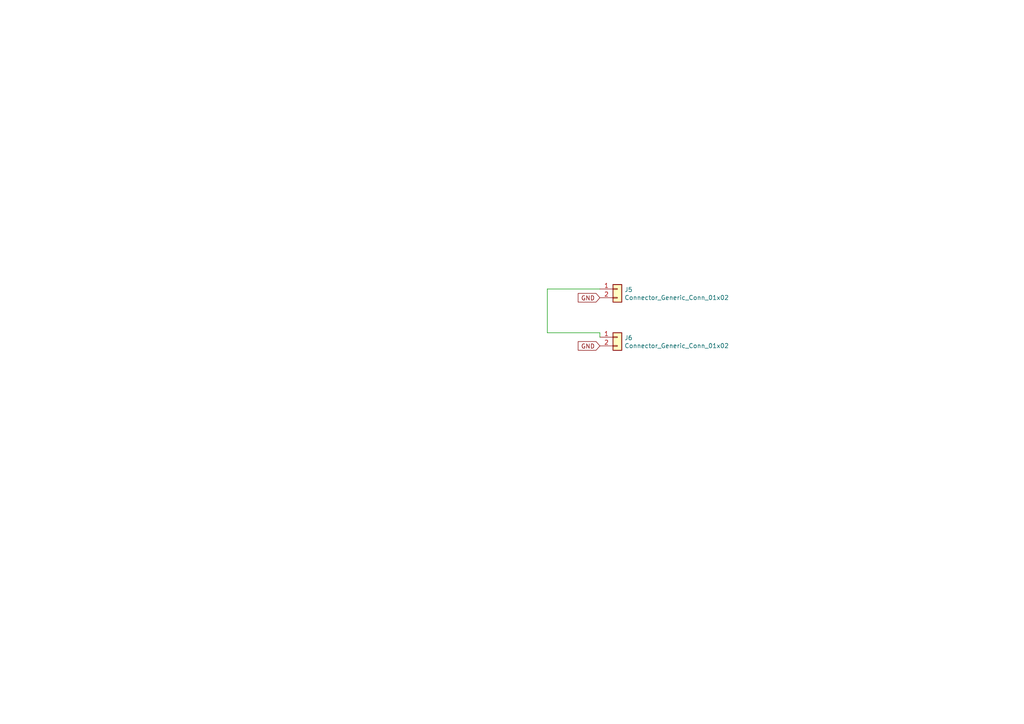
<source format=kicad_sch>
(kicad_sch (version 20211123) (generator eeschema)
  (paper "A4")
  (lib_symbols
    (symbol "bgt:Connector_Generic_Conn_01x02" (pin_names (offset 1.016) hide)
      (property "Reference" "J" (at 0 2.54 0))
      (property "Value" "bgt_Connector_Generic_Conn_01x02" (at 0 -5.08 0))
      (symbol "Connector_Generic_Conn_01x02_1_1"
        (rectangle (start -1.27 -2.413) (end 0 -2.667) (stroke (width 0.1524)))
        (rectangle (start -1.27 0.127) (end 0 -0.127) (stroke (width 0.1524)))
        (rectangle (start -1.27 1.27) (end 1.27 -3.81) (stroke (width 0.254)) (fill (type background)))
        (pin passive line (at -5.08 0 0) (length 3.81) (name "Pin_1") (number "1"))
        (pin passive line (at -5.08 -2.54 0) (length 3.81) (name "Pin_2") (number "2"))
      )
    )
  )
  (wire (pts (xy 173.99 83.82) (xy 158.75 83.82)))
  (wire (pts (xy 158.75 96.52) (xy 173.99 96.52)))
  (wire (pts (xy 173.99 96.52) (xy 173.99 97.79)))
  (wire (pts (xy 158.75 83.82) (xy 158.75 96.52)))
  (global_label "GND" (shape input) (at 173.99 100.33 180) (property "Intersheet References" "${INTERSHEET_REFS}" (effects hide)))
  (global_label "GND" (shape input) (at 173.99 86.36 180) (property "Intersheet References" "${INTERSHEET_REFS}" (effects hide)))
  (symbol (lib_id "bgt:Connector_Generic_Conn_01x02") (at 179.07 83.82 0) (unit 1)
    (property "Reference" "J5" (at 181.102 84.0232 0) (effects (justify left)))
    (property "Value" "Connector_Generic_Conn_01x02" (at 181.102 86.3346 0) (effects (justify left)))
    (property "Footprint" "Connector_PinHeader_2.54mm:PinHeader_1x02_P2.54mm_Vertical" (effects hide))
  )
  (symbol (lib_id "bgt:Connector_Generic_Conn_01x02") (at 179.07 97.79 0) (unit 1)
    (property "Reference" "J6" (at 181.102 97.9932 0) (effects (justify left)))
    (property "Value" "Connector_Generic_Conn_01x02" (at 181.102 100.3046 0) (effects (justify left)))
    (property "Footprint" "Connector_PinHeader_2.54mm:PinHeader_1x02_P2.54mm_Vertical" (effects hide))
  )
)
</source>
